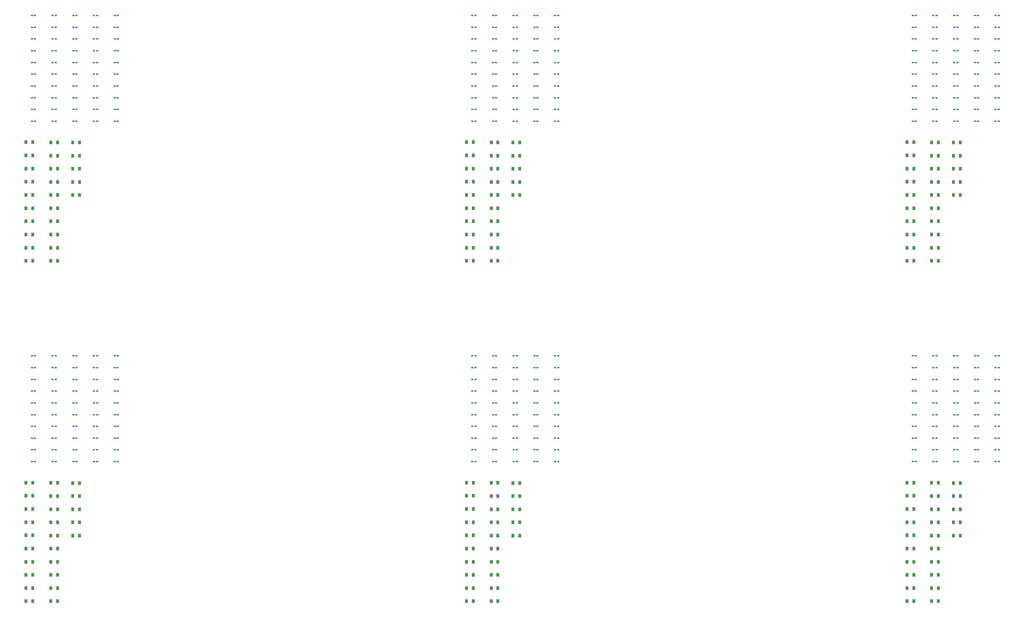
<source format=gbr>
%TF.GenerationSoftware,KiCad,Pcbnew,7.0.5*%
%TF.CreationDate,2023-07-11T12:40:00+01:00*%
%TF.ProjectId,PANELTEST141,50414e45-4c54-4455-9354-3134312e6b69,00.00*%
%TF.SameCoordinates,PX27b9fb5PYc4a79ca*%
%TF.FileFunction,Paste,Bot*%
%TF.FilePolarity,Positive*%
%FSLAX46Y46*%
G04 Gerber Fmt 4.6, Leading zero omitted, Abs format (unit mm)*
G04 Created by KiCad (PCBNEW 7.0.5) date 2023-07-11 12:40:00*
%MOMM*%
%LPD*%
G01*
G04 APERTURE LIST*
%ADD10R,0.525000X0.350000*%
%ADD11R,0.800000X0.950000*%
G04 APERTURE END LIST*
D10*
%TO.C,R95*%
X233327871Y68541139D03*
X232603871Y68541139D03*
%TD*%
%TO.C,R76*%
X139475871Y145896988D03*
X138751871Y145896988D03*
%TD*%
%TO.C,R79*%
X35875871Y137604535D03*
X35151871Y137604535D03*
%TD*%
D11*
%TO.C,R128*%
X140189871Y123624267D03*
X138589871Y123624267D03*
%TD*%
D10*
%TO.C,R61*%
X144349871Y159717743D03*
X143625871Y159717743D03*
%TD*%
%TO.C,R71*%
X243075871Y79597743D03*
X242351871Y79597743D03*
%TD*%
%TO.C,R81*%
X31001871Y79597743D03*
X30277871Y79597743D03*
%TD*%
%TO.C,R94*%
X26127871Y151425290D03*
X25403871Y151425290D03*
%TD*%
%TO.C,R75*%
X35875871Y148661139D03*
X35151871Y148661139D03*
%TD*%
%TO.C,R56*%
X149223871Y145896988D03*
X148499871Y145896988D03*
%TD*%
%TO.C,R82*%
X238201871Y156953592D03*
X237477871Y156953592D03*
%TD*%
%TO.C,R65*%
X40749871Y148661139D03*
X40025871Y148661139D03*
%TD*%
%TO.C,R70*%
X144349871Y54720377D03*
X143625871Y54720377D03*
%TD*%
%TO.C,R65*%
X40749871Y68541139D03*
X40025871Y68541139D03*
%TD*%
D11*
%TO.C,R143*%
X129239871Y123675933D03*
X127639871Y123675933D03*
%TD*%
%TO.C,R148*%
X232839871Y108164823D03*
X231239871Y108164823D03*
%TD*%
D10*
%TO.C,R83*%
X134601871Y74069441D03*
X133877871Y74069441D03*
%TD*%
D11*
%TO.C,R130*%
X140189871Y117438157D03*
X138589871Y117438157D03*
%TD*%
%TO.C,R150*%
X232839871Y21840377D03*
X231239871Y21840377D03*
%TD*%
D10*
%TO.C,R87*%
X134601871Y63012837D03*
X133877871Y63012837D03*
%TD*%
D11*
%TO.C,R139*%
X238633871Y24935937D03*
X237033871Y24935937D03*
%TD*%
D10*
%TO.C,R60*%
X149223871Y134840377D03*
X148499871Y134840377D03*
%TD*%
%TO.C,R79*%
X139475871Y57484535D03*
X138751871Y57484535D03*
%TD*%
%TO.C,R77*%
X243075871Y143132837D03*
X242351871Y143132837D03*
%TD*%
%TO.C,R96*%
X26127871Y65776988D03*
X25403871Y65776988D03*
%TD*%
%TO.C,R64*%
X40749871Y151425290D03*
X40025871Y151425290D03*
%TD*%
%TO.C,R69*%
X40749871Y57484535D03*
X40025871Y57484535D03*
%TD*%
%TO.C,R93*%
X129727871Y154189441D03*
X129003871Y154189441D03*
%TD*%
%TO.C,R94*%
X233327871Y71305290D03*
X232603871Y71305290D03*
%TD*%
%TO.C,R99*%
X26127871Y57484535D03*
X25403871Y57484535D03*
%TD*%
%TO.C,R100*%
X233327871Y134840377D03*
X232603871Y134840377D03*
%TD*%
%TO.C,R64*%
X247949871Y71305290D03*
X247225871Y71305290D03*
%TD*%
%TO.C,R67*%
X40749871Y143132837D03*
X40025871Y143132837D03*
%TD*%
%TO.C,R61*%
X40749871Y79597743D03*
X40025871Y79597743D03*
%TD*%
%TO.C,R73*%
X243075871Y74069441D03*
X242351871Y74069441D03*
%TD*%
%TO.C,R56*%
X45623871Y65776988D03*
X44899871Y65776988D03*
%TD*%
%TO.C,R54*%
X149223871Y151425290D03*
X148499871Y151425290D03*
%TD*%
%TO.C,R72*%
X35875871Y156953592D03*
X35151871Y156953592D03*
%TD*%
%TO.C,R60*%
X45623871Y134840377D03*
X44899871Y134840377D03*
%TD*%
%TO.C,R55*%
X45623871Y68541139D03*
X44899871Y68541139D03*
%TD*%
%TO.C,R75*%
X243075871Y68541139D03*
X242351871Y68541139D03*
%TD*%
D11*
%TO.C,R147*%
X129239871Y111267045D03*
X127639871Y111267045D03*
%TD*%
D10*
%TO.C,R88*%
X134601871Y140368686D03*
X133877871Y140368686D03*
%TD*%
%TO.C,R70*%
X144349871Y134840377D03*
X143625871Y134840377D03*
%TD*%
D11*
%TO.C,R147*%
X232839871Y31147045D03*
X231239871Y31147045D03*
%TD*%
%TO.C,R144*%
X232839871Y40453711D03*
X231239871Y40453711D03*
%TD*%
%TO.C,R131*%
X238633871Y129820377D03*
X237033871Y129820377D03*
%TD*%
%TO.C,R137*%
X31433871Y31127047D03*
X29833871Y31127047D03*
%TD*%
%TO.C,R144*%
X25639871Y120573711D03*
X24039871Y120573711D03*
%TD*%
D10*
%TO.C,R57*%
X45623871Y63012837D03*
X44899871Y63012837D03*
%TD*%
%TO.C,R97*%
X129727871Y143132837D03*
X129003871Y143132837D03*
%TD*%
D11*
%TO.C,R139*%
X31433871Y105055937D03*
X29833871Y105055937D03*
%TD*%
%TO.C,R127*%
X243789871Y46597322D03*
X242189871Y46597322D03*
%TD*%
D10*
%TO.C,R54*%
X45623871Y71305290D03*
X44899871Y71305290D03*
%TD*%
%TO.C,R84*%
X31001871Y151425290D03*
X30277871Y151425290D03*
%TD*%
%TO.C,R83*%
X31001871Y74069441D03*
X30277871Y74069441D03*
%TD*%
%TO.C,R52*%
X252823871Y76833592D03*
X252099871Y76833592D03*
%TD*%
D11*
%TO.C,R129*%
X36589871Y120531212D03*
X34989871Y120531212D03*
%TD*%
%TO.C,R132*%
X31433871Y126724822D03*
X29833871Y126724822D03*
%TD*%
D10*
%TO.C,R90*%
X238201871Y54720377D03*
X237477871Y54720377D03*
%TD*%
D11*
%TO.C,R141*%
X25639871Y49760377D03*
X24039871Y49760377D03*
%TD*%
D10*
%TO.C,R70*%
X40749871Y54720377D03*
X40025871Y54720377D03*
%TD*%
%TO.C,R76*%
X243075871Y65776988D03*
X242351871Y65776988D03*
%TD*%
%TO.C,R81*%
X134601871Y159717743D03*
X133877871Y159717743D03*
%TD*%
%TO.C,R75*%
X139475871Y148661139D03*
X138751871Y148661139D03*
%TD*%
%TO.C,R67*%
X40749871Y63012837D03*
X40025871Y63012837D03*
%TD*%
D11*
%TO.C,R130*%
X36589871Y37318157D03*
X34989871Y37318157D03*
%TD*%
%TO.C,R136*%
X135033871Y34222602D03*
X133433871Y34222602D03*
%TD*%
%TO.C,R139*%
X31433871Y24935937D03*
X29833871Y24935937D03*
%TD*%
D10*
%TO.C,R91*%
X233327871Y79597743D03*
X232603871Y79597743D03*
%TD*%
D11*
%TO.C,R135*%
X31433871Y37318157D03*
X29833871Y37318157D03*
%TD*%
%TO.C,R131*%
X135033871Y49700377D03*
X133433871Y49700377D03*
%TD*%
D10*
%TO.C,R62*%
X40749871Y76833592D03*
X40025871Y76833592D03*
%TD*%
%TO.C,R100*%
X129727871Y134840377D03*
X129003871Y134840377D03*
%TD*%
D11*
%TO.C,R126*%
X140189871Y129810377D03*
X138589871Y129810377D03*
%TD*%
D10*
%TO.C,R58*%
X45623871Y60248686D03*
X44899871Y60248686D03*
%TD*%
D11*
%TO.C,R144*%
X232839871Y120573711D03*
X231239871Y120573711D03*
%TD*%
D10*
%TO.C,R73*%
X243075871Y154189441D03*
X242351871Y154189441D03*
%TD*%
%TO.C,R68*%
X247949871Y60248686D03*
X247225871Y60248686D03*
%TD*%
%TO.C,R66*%
X144349871Y145896988D03*
X143625871Y145896988D03*
%TD*%
%TO.C,R85*%
X31001871Y148661139D03*
X30277871Y148661139D03*
%TD*%
%TO.C,R70*%
X40749871Y134840377D03*
X40025871Y134840377D03*
%TD*%
%TO.C,R81*%
X238201871Y159717743D03*
X237477871Y159717743D03*
%TD*%
%TO.C,R89*%
X134601871Y57484535D03*
X133877871Y57484535D03*
%TD*%
%TO.C,R61*%
X247949871Y79597743D03*
X247225871Y79597743D03*
%TD*%
%TO.C,R55*%
X252823871Y68541139D03*
X252099871Y68541139D03*
%TD*%
%TO.C,R88*%
X238201871Y140368686D03*
X237477871Y140368686D03*
%TD*%
%TO.C,R84*%
X134601871Y151425290D03*
X133877871Y151425290D03*
%TD*%
D11*
%TO.C,R148*%
X129239871Y28044823D03*
X127639871Y28044823D03*
%TD*%
D10*
%TO.C,R63*%
X247949871Y74069441D03*
X247225871Y74069441D03*
%TD*%
D11*
%TO.C,R135*%
X238633871Y117438157D03*
X237033871Y117438157D03*
%TD*%
D10*
%TO.C,R99*%
X233327871Y57484535D03*
X232603871Y57484535D03*
%TD*%
%TO.C,R58*%
X252823871Y60248686D03*
X252099871Y60248686D03*
%TD*%
%TO.C,R66*%
X144349871Y65776988D03*
X143625871Y65776988D03*
%TD*%
%TO.C,R71*%
X243075871Y159717743D03*
X242351871Y159717743D03*
%TD*%
%TO.C,R79*%
X139475871Y137604535D03*
X138751871Y137604535D03*
%TD*%
%TO.C,R77*%
X139475871Y143132837D03*
X138751871Y143132837D03*
%TD*%
%TO.C,R98*%
X233327871Y140368686D03*
X232603871Y140368686D03*
%TD*%
D11*
%TO.C,R133*%
X238633871Y43509267D03*
X237033871Y43509267D03*
%TD*%
%TO.C,R128*%
X243789871Y123624267D03*
X242189871Y123624267D03*
%TD*%
D10*
%TO.C,R71*%
X35875871Y159717743D03*
X35151871Y159717743D03*
%TD*%
%TO.C,R99*%
X26127871Y137604535D03*
X25403871Y137604535D03*
%TD*%
%TO.C,R77*%
X35875871Y143132837D03*
X35151871Y143132837D03*
%TD*%
%TO.C,R78*%
X139475871Y140368686D03*
X138751871Y140368686D03*
%TD*%
D11*
%TO.C,R129*%
X243789871Y40411212D03*
X242189871Y40411212D03*
%TD*%
D10*
%TO.C,R96*%
X129727871Y145896988D03*
X129003871Y145896988D03*
%TD*%
D11*
%TO.C,R133*%
X135033871Y123629267D03*
X133433871Y123629267D03*
%TD*%
D10*
%TO.C,R82*%
X238201871Y76833592D03*
X237477871Y76833592D03*
%TD*%
D11*
%TO.C,R146*%
X232839871Y34249267D03*
X231239871Y34249267D03*
%TD*%
D10*
%TO.C,R83*%
X238201871Y74069441D03*
X237477871Y74069441D03*
%TD*%
%TO.C,R71*%
X139475871Y159717743D03*
X138751871Y159717743D03*
%TD*%
D11*
%TO.C,R130*%
X243789871Y37318157D03*
X242189871Y37318157D03*
%TD*%
D10*
%TO.C,R95*%
X129727871Y148661139D03*
X129003871Y148661139D03*
%TD*%
%TO.C,R68*%
X144349871Y140368686D03*
X143625871Y140368686D03*
%TD*%
%TO.C,R52*%
X149223871Y76833592D03*
X148499871Y76833592D03*
%TD*%
D11*
%TO.C,R137*%
X31433871Y111247047D03*
X29833871Y111247047D03*
%TD*%
D10*
%TO.C,R93*%
X129727871Y74069441D03*
X129003871Y74069441D03*
%TD*%
%TO.C,R65*%
X247949871Y148661139D03*
X247225871Y148661139D03*
%TD*%
%TO.C,R67*%
X247949871Y63012837D03*
X247225871Y63012837D03*
%TD*%
%TO.C,R53*%
X149223871Y154189441D03*
X148499871Y154189441D03*
%TD*%
D11*
%TO.C,R149*%
X129239871Y24942601D03*
X127639871Y24942601D03*
%TD*%
%TO.C,R142*%
X25639871Y46658155D03*
X24039871Y46658155D03*
%TD*%
D10*
%TO.C,R92*%
X129727871Y76833592D03*
X129003871Y76833592D03*
%TD*%
%TO.C,R92*%
X26127871Y76833592D03*
X25403871Y76833592D03*
%TD*%
D11*
%TO.C,R140*%
X31433871Y101960377D03*
X29833871Y101960377D03*
%TD*%
%TO.C,R149*%
X25639871Y24942601D03*
X24039871Y24942601D03*
%TD*%
D10*
%TO.C,R85*%
X31001871Y68541139D03*
X30277871Y68541139D03*
%TD*%
D11*
%TO.C,R138*%
X31433871Y28031492D03*
X29833871Y28031492D03*
%TD*%
D10*
%TO.C,R91*%
X26127871Y159717743D03*
X25403871Y159717743D03*
%TD*%
%TO.C,R52*%
X149223871Y156953592D03*
X148499871Y156953592D03*
%TD*%
%TO.C,R68*%
X40749871Y140368686D03*
X40025871Y140368686D03*
%TD*%
%TO.C,R78*%
X35875871Y60248686D03*
X35151871Y60248686D03*
%TD*%
%TO.C,R61*%
X144349871Y79597743D03*
X143625871Y79597743D03*
%TD*%
%TO.C,R96*%
X233327871Y65776988D03*
X232603871Y65776988D03*
%TD*%
%TO.C,R91*%
X26127871Y79597743D03*
X25403871Y79597743D03*
%TD*%
D11*
%TO.C,R138*%
X238633871Y28031492D03*
X237033871Y28031492D03*
%TD*%
D10*
%TO.C,R65*%
X144349871Y148661139D03*
X143625871Y148661139D03*
%TD*%
%TO.C,R87*%
X238201871Y63012837D03*
X237477871Y63012837D03*
%TD*%
%TO.C,R69*%
X144349871Y57484535D03*
X143625871Y57484535D03*
%TD*%
%TO.C,R96*%
X233327871Y145896988D03*
X232603871Y145896988D03*
%TD*%
%TO.C,R81*%
X134601871Y79597743D03*
X133877871Y79597743D03*
%TD*%
%TO.C,R62*%
X40749871Y156953592D03*
X40025871Y156953592D03*
%TD*%
%TO.C,R77*%
X243075871Y63012837D03*
X242351871Y63012837D03*
%TD*%
D11*
%TO.C,R140*%
X135033871Y101960377D03*
X133433871Y101960377D03*
%TD*%
D10*
%TO.C,R77*%
X35875871Y63012837D03*
X35151871Y63012837D03*
%TD*%
%TO.C,R62*%
X247949871Y76833592D03*
X247225871Y76833592D03*
%TD*%
D11*
%TO.C,R145*%
X232839871Y37351489D03*
X231239871Y37351489D03*
%TD*%
%TO.C,R142*%
X129239871Y126778155D03*
X127639871Y126778155D03*
%TD*%
%TO.C,R142*%
X25639871Y126778155D03*
X24039871Y126778155D03*
%TD*%
D10*
%TO.C,R92*%
X129727871Y156953592D03*
X129003871Y156953592D03*
%TD*%
%TO.C,R74*%
X35875871Y71305290D03*
X35151871Y71305290D03*
%TD*%
%TO.C,R51*%
X149223871Y159717743D03*
X148499871Y159717743D03*
%TD*%
%TO.C,R73*%
X139475871Y74069441D03*
X138751871Y74069441D03*
%TD*%
%TO.C,R64*%
X40749871Y71305290D03*
X40025871Y71305290D03*
%TD*%
D11*
%TO.C,R150*%
X25639871Y21840377D03*
X24039871Y21840377D03*
%TD*%
%TO.C,R131*%
X238633871Y49700377D03*
X237033871Y49700377D03*
%TD*%
%TO.C,R146*%
X129239871Y34249267D03*
X127639871Y34249267D03*
%TD*%
D10*
%TO.C,R89*%
X238201871Y57484535D03*
X237477871Y57484535D03*
%TD*%
D11*
%TO.C,R145*%
X129239871Y37351489D03*
X127639871Y37351489D03*
%TD*%
%TO.C,R146*%
X25639871Y34249267D03*
X24039871Y34249267D03*
%TD*%
D10*
%TO.C,R71*%
X35875871Y79597743D03*
X35151871Y79597743D03*
%TD*%
%TO.C,R95*%
X233327871Y148661139D03*
X232603871Y148661139D03*
%TD*%
D11*
%TO.C,R143*%
X232839871Y43555933D03*
X231239871Y43555933D03*
%TD*%
D10*
%TO.C,R87*%
X238201871Y143132837D03*
X237477871Y143132837D03*
%TD*%
%TO.C,R76*%
X35875871Y65776988D03*
X35151871Y65776988D03*
%TD*%
D11*
%TO.C,R135*%
X31433871Y117438157D03*
X29833871Y117438157D03*
%TD*%
%TO.C,R126*%
X140189871Y49690377D03*
X138589871Y49690377D03*
%TD*%
D10*
%TO.C,R66*%
X247949871Y145896988D03*
X247225871Y145896988D03*
%TD*%
%TO.C,R58*%
X149223871Y60248686D03*
X148499871Y60248686D03*
%TD*%
%TO.C,R88*%
X134601871Y60248686D03*
X133877871Y60248686D03*
%TD*%
%TO.C,R95*%
X26127871Y68541139D03*
X25403871Y68541139D03*
%TD*%
%TO.C,R80*%
X35875871Y134840377D03*
X35151871Y134840377D03*
%TD*%
D11*
%TO.C,R139*%
X135033871Y24935937D03*
X133433871Y24935937D03*
%TD*%
%TO.C,R150*%
X129239871Y21840377D03*
X127639871Y21840377D03*
%TD*%
%TO.C,R137*%
X238633871Y111247047D03*
X237033871Y111247047D03*
%TD*%
D10*
%TO.C,R96*%
X129727871Y65776988D03*
X129003871Y65776988D03*
%TD*%
%TO.C,R66*%
X40749871Y65776988D03*
X40025871Y65776988D03*
%TD*%
D11*
%TO.C,R148*%
X129239871Y108164823D03*
X127639871Y108164823D03*
%TD*%
D10*
%TO.C,R97*%
X129727871Y63012837D03*
X129003871Y63012837D03*
%TD*%
%TO.C,R61*%
X40749871Y159717743D03*
X40025871Y159717743D03*
%TD*%
%TO.C,R97*%
X26127871Y63012837D03*
X25403871Y63012837D03*
%TD*%
%TO.C,R56*%
X252823871Y65776988D03*
X252099871Y65776988D03*
%TD*%
D11*
%TO.C,R141*%
X25639871Y129880377D03*
X24039871Y129880377D03*
%TD*%
D10*
%TO.C,R72*%
X243075871Y76833592D03*
X242351871Y76833592D03*
%TD*%
%TO.C,R86*%
X134601871Y65776988D03*
X133877871Y65776988D03*
%TD*%
%TO.C,R86*%
X238201871Y145896988D03*
X237477871Y145896988D03*
%TD*%
%TO.C,R75*%
X243075871Y148661139D03*
X242351871Y148661139D03*
%TD*%
%TO.C,R82*%
X31001871Y76833592D03*
X30277871Y76833592D03*
%TD*%
%TO.C,R100*%
X233327871Y54720377D03*
X232603871Y54720377D03*
%TD*%
D11*
%TO.C,R126*%
X36589871Y129810377D03*
X34989871Y129810377D03*
%TD*%
%TO.C,R140*%
X31433871Y21840377D03*
X29833871Y21840377D03*
%TD*%
%TO.C,R143*%
X232839871Y123675933D03*
X231239871Y123675933D03*
%TD*%
D10*
%TO.C,R59*%
X149223871Y57484535D03*
X148499871Y57484535D03*
%TD*%
D11*
%TO.C,R141*%
X232839871Y129880377D03*
X231239871Y129880377D03*
%TD*%
%TO.C,R145*%
X25639871Y37351489D03*
X24039871Y37351489D03*
%TD*%
%TO.C,R127*%
X140189871Y46597322D03*
X138589871Y46597322D03*
%TD*%
D10*
%TO.C,R85*%
X238201871Y68541139D03*
X237477871Y68541139D03*
%TD*%
%TO.C,R78*%
X243075871Y140368686D03*
X242351871Y140368686D03*
%TD*%
D11*
%TO.C,R149*%
X232839871Y24942601D03*
X231239871Y24942601D03*
%TD*%
%TO.C,R131*%
X135033871Y129820377D03*
X133433871Y129820377D03*
%TD*%
D10*
%TO.C,R94*%
X26127871Y71305290D03*
X25403871Y71305290D03*
%TD*%
%TO.C,R85*%
X238201871Y148661139D03*
X237477871Y148661139D03*
%TD*%
%TO.C,R56*%
X149223871Y65776988D03*
X148499871Y65776988D03*
%TD*%
%TO.C,R66*%
X40749871Y145896988D03*
X40025871Y145896988D03*
%TD*%
%TO.C,R88*%
X31001871Y60248686D03*
X30277871Y60248686D03*
%TD*%
%TO.C,R81*%
X238201871Y79597743D03*
X237477871Y79597743D03*
%TD*%
%TO.C,R75*%
X139475871Y68541139D03*
X138751871Y68541139D03*
%TD*%
D11*
%TO.C,R136*%
X31433871Y114342602D03*
X29833871Y114342602D03*
%TD*%
D10*
%TO.C,R61*%
X247949871Y159717743D03*
X247225871Y159717743D03*
%TD*%
D11*
%TO.C,R134*%
X31433871Y40413712D03*
X29833871Y40413712D03*
%TD*%
D10*
%TO.C,R76*%
X35875871Y145896988D03*
X35151871Y145896988D03*
%TD*%
%TO.C,R74*%
X35875871Y151425290D03*
X35151871Y151425290D03*
%TD*%
%TO.C,R86*%
X134601871Y145896988D03*
X133877871Y145896988D03*
%TD*%
%TO.C,R60*%
X45623871Y54720377D03*
X44899871Y54720377D03*
%TD*%
%TO.C,R84*%
X31001871Y71305290D03*
X30277871Y71305290D03*
%TD*%
%TO.C,R55*%
X149223871Y68541139D03*
X148499871Y68541139D03*
%TD*%
%TO.C,R90*%
X134601871Y54720377D03*
X133877871Y54720377D03*
%TD*%
%TO.C,R94*%
X233327871Y151425290D03*
X232603871Y151425290D03*
%TD*%
D11*
%TO.C,R149*%
X232839871Y105062601D03*
X231239871Y105062601D03*
%TD*%
%TO.C,R141*%
X129239871Y49760377D03*
X127639871Y49760377D03*
%TD*%
D10*
%TO.C,R51*%
X45623871Y79597743D03*
X44899871Y79597743D03*
%TD*%
D11*
%TO.C,R129*%
X243789871Y120531212D03*
X242189871Y120531212D03*
%TD*%
D10*
%TO.C,R89*%
X134601871Y137604535D03*
X133877871Y137604535D03*
%TD*%
%TO.C,R78*%
X35875871Y140368686D03*
X35151871Y140368686D03*
%TD*%
%TO.C,R51*%
X252823871Y159717743D03*
X252099871Y159717743D03*
%TD*%
%TO.C,R59*%
X252823871Y137604535D03*
X252099871Y137604535D03*
%TD*%
%TO.C,R57*%
X149223871Y143132837D03*
X148499871Y143132837D03*
%TD*%
%TO.C,R98*%
X233327871Y60248686D03*
X232603871Y60248686D03*
%TD*%
%TO.C,R51*%
X252823871Y79597743D03*
X252099871Y79597743D03*
%TD*%
%TO.C,R52*%
X45623871Y76833592D03*
X44899871Y76833592D03*
%TD*%
%TO.C,R95*%
X129727871Y68541139D03*
X129003871Y68541139D03*
%TD*%
D11*
%TO.C,R136*%
X31433871Y34222602D03*
X29833871Y34222602D03*
%TD*%
D10*
%TO.C,R99*%
X233327871Y137604535D03*
X232603871Y137604535D03*
%TD*%
D11*
%TO.C,R145*%
X25639871Y117471489D03*
X24039871Y117471489D03*
%TD*%
D10*
%TO.C,R58*%
X149223871Y140368686D03*
X148499871Y140368686D03*
%TD*%
%TO.C,R88*%
X238201871Y60248686D03*
X237477871Y60248686D03*
%TD*%
%TO.C,R80*%
X139475871Y54720377D03*
X138751871Y54720377D03*
%TD*%
D11*
%TO.C,R129*%
X36589871Y40411212D03*
X34989871Y40411212D03*
%TD*%
D10*
%TO.C,R59*%
X252823871Y57484535D03*
X252099871Y57484535D03*
%TD*%
D11*
%TO.C,R141*%
X129239871Y129880377D03*
X127639871Y129880377D03*
%TD*%
D10*
%TO.C,R59*%
X45623871Y137604535D03*
X44899871Y137604535D03*
%TD*%
D11*
%TO.C,R132*%
X135033871Y46604822D03*
X133433871Y46604822D03*
%TD*%
D10*
%TO.C,R57*%
X252823871Y63012837D03*
X252099871Y63012837D03*
%TD*%
%TO.C,R66*%
X247949871Y65776988D03*
X247225871Y65776988D03*
%TD*%
%TO.C,R63*%
X144349871Y74069441D03*
X143625871Y74069441D03*
%TD*%
D11*
%TO.C,R127*%
X243789871Y126717322D03*
X242189871Y126717322D03*
%TD*%
%TO.C,R144*%
X129239871Y40453711D03*
X127639871Y40453711D03*
%TD*%
D10*
%TO.C,R92*%
X233327871Y156953592D03*
X232603871Y156953592D03*
%TD*%
D11*
%TO.C,R128*%
X36589871Y43504267D03*
X34989871Y43504267D03*
%TD*%
D10*
%TO.C,R83*%
X31001871Y154189441D03*
X30277871Y154189441D03*
%TD*%
%TO.C,R81*%
X31001871Y159717743D03*
X30277871Y159717743D03*
%TD*%
%TO.C,R83*%
X134601871Y154189441D03*
X133877871Y154189441D03*
%TD*%
%TO.C,R100*%
X26127871Y134840377D03*
X25403871Y134840377D03*
%TD*%
%TO.C,R72*%
X243075871Y156953592D03*
X242351871Y156953592D03*
%TD*%
%TO.C,R98*%
X129727871Y140368686D03*
X129003871Y140368686D03*
%TD*%
%TO.C,R80*%
X243075871Y134840377D03*
X242351871Y134840377D03*
%TD*%
%TO.C,R67*%
X144349871Y143132837D03*
X143625871Y143132837D03*
%TD*%
%TO.C,R89*%
X238201871Y137604535D03*
X237477871Y137604535D03*
%TD*%
D11*
%TO.C,R148*%
X232839871Y28044823D03*
X231239871Y28044823D03*
%TD*%
D10*
%TO.C,R57*%
X45623871Y143132837D03*
X44899871Y143132837D03*
%TD*%
D11*
%TO.C,R144*%
X129239871Y120573711D03*
X127639871Y120573711D03*
%TD*%
D10*
%TO.C,R57*%
X252823871Y143132837D03*
X252099871Y143132837D03*
%TD*%
D11*
%TO.C,R141*%
X232839871Y49760377D03*
X231239871Y49760377D03*
%TD*%
D10*
%TO.C,R87*%
X31001871Y143132837D03*
X30277871Y143132837D03*
%TD*%
%TO.C,R58*%
X252823871Y140368686D03*
X252099871Y140368686D03*
%TD*%
%TO.C,R92*%
X26127871Y156953592D03*
X25403871Y156953592D03*
%TD*%
D11*
%TO.C,R134*%
X238633871Y40413712D03*
X237033871Y40413712D03*
%TD*%
D10*
%TO.C,R91*%
X233327871Y159717743D03*
X232603871Y159717743D03*
%TD*%
D11*
%TO.C,R133*%
X135033871Y43509267D03*
X133433871Y43509267D03*
%TD*%
D10*
%TO.C,R62*%
X144349871Y76833592D03*
X143625871Y76833592D03*
%TD*%
D11*
%TO.C,R148*%
X25639871Y108164823D03*
X24039871Y108164823D03*
%TD*%
%TO.C,R126*%
X36589871Y49690377D03*
X34989871Y49690377D03*
%TD*%
%TO.C,R142*%
X232839871Y126778155D03*
X231239871Y126778155D03*
%TD*%
%TO.C,R147*%
X25639871Y111267045D03*
X24039871Y111267045D03*
%TD*%
D10*
%TO.C,R94*%
X129727871Y151425290D03*
X129003871Y151425290D03*
%TD*%
%TO.C,R72*%
X139475871Y76833592D03*
X138751871Y76833592D03*
%TD*%
%TO.C,R60*%
X149223871Y54720377D03*
X148499871Y54720377D03*
%TD*%
D11*
%TO.C,R130*%
X140189871Y37318157D03*
X138589871Y37318157D03*
%TD*%
%TO.C,R143*%
X25639871Y43555933D03*
X24039871Y43555933D03*
%TD*%
D10*
%TO.C,R97*%
X233327871Y63012837D03*
X232603871Y63012837D03*
%TD*%
%TO.C,R75*%
X35875871Y68541139D03*
X35151871Y68541139D03*
%TD*%
D11*
%TO.C,R150*%
X129239871Y101960377D03*
X127639871Y101960377D03*
%TD*%
D10*
%TO.C,R60*%
X252823871Y54720377D03*
X252099871Y54720377D03*
%TD*%
D11*
%TO.C,R138*%
X238633871Y108151492D03*
X237033871Y108151492D03*
%TD*%
D10*
%TO.C,R53*%
X252823871Y74069441D03*
X252099871Y74069441D03*
%TD*%
%TO.C,R53*%
X252823871Y154189441D03*
X252099871Y154189441D03*
%TD*%
%TO.C,R80*%
X139475871Y134840377D03*
X138751871Y134840377D03*
%TD*%
%TO.C,R87*%
X134601871Y143132837D03*
X133877871Y143132837D03*
%TD*%
D11*
%TO.C,R146*%
X129239871Y114369267D03*
X127639871Y114369267D03*
%TD*%
D10*
%TO.C,R93*%
X233327871Y154189441D03*
X232603871Y154189441D03*
%TD*%
D11*
%TO.C,R135*%
X135033871Y117438157D03*
X133433871Y117438157D03*
%TD*%
%TO.C,R148*%
X25639871Y28044823D03*
X24039871Y28044823D03*
%TD*%
D10*
%TO.C,R52*%
X252823871Y156953592D03*
X252099871Y156953592D03*
%TD*%
D11*
%TO.C,R139*%
X135033871Y105055937D03*
X133433871Y105055937D03*
%TD*%
%TO.C,R150*%
X232839871Y101960377D03*
X231239871Y101960377D03*
%TD*%
D10*
%TO.C,R73*%
X139475871Y154189441D03*
X138751871Y154189441D03*
%TD*%
%TO.C,R59*%
X45623871Y57484535D03*
X44899871Y57484535D03*
%TD*%
%TO.C,R87*%
X31001871Y63012837D03*
X30277871Y63012837D03*
%TD*%
%TO.C,R77*%
X139475871Y63012837D03*
X138751871Y63012837D03*
%TD*%
%TO.C,R68*%
X144349871Y60248686D03*
X143625871Y60248686D03*
%TD*%
%TO.C,R58*%
X45623871Y140368686D03*
X44899871Y140368686D03*
%TD*%
D11*
%TO.C,R133*%
X31433871Y123629267D03*
X29833871Y123629267D03*
%TD*%
D10*
%TO.C,R67*%
X247949871Y143132837D03*
X247225871Y143132837D03*
%TD*%
%TO.C,R88*%
X31001871Y140368686D03*
X30277871Y140368686D03*
%TD*%
%TO.C,R69*%
X40749871Y137604535D03*
X40025871Y137604535D03*
%TD*%
%TO.C,R93*%
X233327871Y74069441D03*
X232603871Y74069441D03*
%TD*%
D11*
%TO.C,R138*%
X31433871Y108151492D03*
X29833871Y108151492D03*
%TD*%
D10*
%TO.C,R63*%
X40749871Y74069441D03*
X40025871Y74069441D03*
%TD*%
D11*
%TO.C,R143*%
X25639871Y123675933D03*
X24039871Y123675933D03*
%TD*%
D10*
%TO.C,R99*%
X129727871Y137604535D03*
X129003871Y137604535D03*
%TD*%
D11*
%TO.C,R127*%
X140189871Y126717322D03*
X138589871Y126717322D03*
%TD*%
D10*
%TO.C,R51*%
X45623871Y159717743D03*
X44899871Y159717743D03*
%TD*%
%TO.C,R69*%
X247949871Y137604535D03*
X247225871Y137604535D03*
%TD*%
%TO.C,R64*%
X144349871Y71305290D03*
X143625871Y71305290D03*
%TD*%
D11*
%TO.C,R134*%
X31433871Y120533712D03*
X29833871Y120533712D03*
%TD*%
D10*
%TO.C,R64*%
X144349871Y151425290D03*
X143625871Y151425290D03*
%TD*%
D11*
%TO.C,R147*%
X232839871Y111267045D03*
X231239871Y111267045D03*
%TD*%
D10*
%TO.C,R74*%
X243075871Y71305290D03*
X242351871Y71305290D03*
%TD*%
%TO.C,R90*%
X134601871Y134840377D03*
X133877871Y134840377D03*
%TD*%
D11*
%TO.C,R134*%
X238633871Y120533712D03*
X237033871Y120533712D03*
%TD*%
%TO.C,R130*%
X243789871Y117438157D03*
X242189871Y117438157D03*
%TD*%
D10*
%TO.C,R70*%
X247949871Y134840377D03*
X247225871Y134840377D03*
%TD*%
D11*
%TO.C,R131*%
X31433871Y129820377D03*
X29833871Y129820377D03*
%TD*%
%TO.C,R133*%
X238633871Y123629267D03*
X237033871Y123629267D03*
%TD*%
%TO.C,R138*%
X135033871Y108151492D03*
X133433871Y108151492D03*
%TD*%
D10*
%TO.C,R72*%
X35875871Y76833592D03*
X35151871Y76833592D03*
%TD*%
D11*
%TO.C,R128*%
X140189871Y43504267D03*
X138589871Y43504267D03*
%TD*%
D10*
%TO.C,R57*%
X149223871Y63012837D03*
X148499871Y63012837D03*
%TD*%
%TO.C,R97*%
X233327871Y143132837D03*
X232603871Y143132837D03*
%TD*%
D11*
%TO.C,R132*%
X238633871Y126724822D03*
X237033871Y126724822D03*
%TD*%
D10*
%TO.C,R80*%
X35875871Y54720377D03*
X35151871Y54720377D03*
%TD*%
D11*
%TO.C,R134*%
X135033871Y120533712D03*
X133433871Y120533712D03*
%TD*%
D10*
%TO.C,R84*%
X238201871Y71305290D03*
X237477871Y71305290D03*
%TD*%
%TO.C,R56*%
X45623871Y145896988D03*
X44899871Y145896988D03*
%TD*%
D11*
%TO.C,R134*%
X135033871Y40413712D03*
X133433871Y40413712D03*
%TD*%
D10*
%TO.C,R74*%
X139475871Y71305290D03*
X138751871Y71305290D03*
%TD*%
D11*
%TO.C,R129*%
X140189871Y120531212D03*
X138589871Y120531212D03*
%TD*%
D10*
%TO.C,R51*%
X149223871Y79597743D03*
X148499871Y79597743D03*
%TD*%
%TO.C,R82*%
X134601871Y76833592D03*
X133877871Y76833592D03*
%TD*%
D11*
%TO.C,R145*%
X129239871Y117471489D03*
X127639871Y117471489D03*
%TD*%
D10*
%TO.C,R60*%
X252823871Y134840377D03*
X252099871Y134840377D03*
%TD*%
%TO.C,R79*%
X243075871Y57484535D03*
X242351871Y57484535D03*
%TD*%
%TO.C,R63*%
X247949871Y154189441D03*
X247225871Y154189441D03*
%TD*%
%TO.C,R59*%
X149223871Y137604535D03*
X148499871Y137604535D03*
%TD*%
D11*
%TO.C,R126*%
X243789871Y129810377D03*
X242189871Y129810377D03*
%TD*%
%TO.C,R137*%
X238633871Y31127047D03*
X237033871Y31127047D03*
%TD*%
D10*
%TO.C,R63*%
X40749871Y154189441D03*
X40025871Y154189441D03*
%TD*%
%TO.C,R52*%
X45623871Y156953592D03*
X44899871Y156953592D03*
%TD*%
%TO.C,R86*%
X31001871Y145896988D03*
X30277871Y145896988D03*
%TD*%
%TO.C,R54*%
X252823871Y71305290D03*
X252099871Y71305290D03*
%TD*%
D11*
%TO.C,R144*%
X25639871Y40453711D03*
X24039871Y40453711D03*
%TD*%
%TO.C,R146*%
X232839871Y114369267D03*
X231239871Y114369267D03*
%TD*%
D10*
%TO.C,R53*%
X45623871Y154189441D03*
X44899871Y154189441D03*
%TD*%
%TO.C,R98*%
X26127871Y60248686D03*
X25403871Y60248686D03*
%TD*%
%TO.C,R65*%
X144349871Y68541139D03*
X143625871Y68541139D03*
%TD*%
%TO.C,R89*%
X31001871Y57484535D03*
X30277871Y57484535D03*
%TD*%
%TO.C,R76*%
X243075871Y145896988D03*
X242351871Y145896988D03*
%TD*%
%TO.C,R68*%
X247949871Y140368686D03*
X247225871Y140368686D03*
%TD*%
%TO.C,R90*%
X238201871Y134840377D03*
X237477871Y134840377D03*
%TD*%
%TO.C,R54*%
X149223871Y71305290D03*
X148499871Y71305290D03*
%TD*%
%TO.C,R53*%
X45623871Y74069441D03*
X44899871Y74069441D03*
%TD*%
%TO.C,R86*%
X31001871Y65776988D03*
X30277871Y65776988D03*
%TD*%
D11*
%TO.C,R146*%
X25639871Y114369267D03*
X24039871Y114369267D03*
%TD*%
D10*
%TO.C,R74*%
X243075871Y151425290D03*
X242351871Y151425290D03*
%TD*%
D11*
%TO.C,R150*%
X25639871Y101960377D03*
X24039871Y101960377D03*
%TD*%
D10*
%TO.C,R97*%
X26127871Y143132837D03*
X25403871Y143132837D03*
%TD*%
%TO.C,R69*%
X247949871Y57484535D03*
X247225871Y57484535D03*
%TD*%
%TO.C,R65*%
X247949871Y68541139D03*
X247225871Y68541139D03*
%TD*%
%TO.C,R85*%
X134601871Y148661139D03*
X133877871Y148661139D03*
%TD*%
%TO.C,R79*%
X243075871Y137604535D03*
X242351871Y137604535D03*
%TD*%
D11*
%TO.C,R127*%
X36589871Y126717322D03*
X34989871Y126717322D03*
%TD*%
D10*
%TO.C,R89*%
X31001871Y137604535D03*
X30277871Y137604535D03*
%TD*%
%TO.C,R79*%
X35875871Y57484535D03*
X35151871Y57484535D03*
%TD*%
%TO.C,R54*%
X45623871Y151425290D03*
X44899871Y151425290D03*
%TD*%
%TO.C,R93*%
X26127871Y154189441D03*
X25403871Y154189441D03*
%TD*%
%TO.C,R82*%
X134601871Y156953592D03*
X133877871Y156953592D03*
%TD*%
%TO.C,R99*%
X129727871Y57484535D03*
X129003871Y57484535D03*
%TD*%
%TO.C,R94*%
X129727871Y71305290D03*
X129003871Y71305290D03*
%TD*%
D11*
%TO.C,R140*%
X135033871Y21840377D03*
X133433871Y21840377D03*
%TD*%
D10*
%TO.C,R96*%
X26127871Y145896988D03*
X25403871Y145896988D03*
%TD*%
%TO.C,R90*%
X31001871Y54720377D03*
X30277871Y54720377D03*
%TD*%
D11*
%TO.C,R140*%
X238633871Y21840377D03*
X237033871Y21840377D03*
%TD*%
D10*
%TO.C,R71*%
X139475871Y79597743D03*
X138751871Y79597743D03*
%TD*%
D11*
%TO.C,R128*%
X36589871Y123624267D03*
X34989871Y123624267D03*
%TD*%
D10*
%TO.C,R55*%
X252823871Y148661139D03*
X252099871Y148661139D03*
%TD*%
%TO.C,R53*%
X149223871Y74069441D03*
X148499871Y74069441D03*
%TD*%
D11*
%TO.C,R143*%
X129239871Y43555933D03*
X127639871Y43555933D03*
%TD*%
%TO.C,R136*%
X238633871Y34222602D03*
X237033871Y34222602D03*
%TD*%
%TO.C,R130*%
X36589871Y117438157D03*
X34989871Y117438157D03*
%TD*%
D10*
%TO.C,R78*%
X243075871Y60248686D03*
X242351871Y60248686D03*
%TD*%
%TO.C,R100*%
X26127871Y54720377D03*
X25403871Y54720377D03*
%TD*%
%TO.C,R73*%
X35875871Y74069441D03*
X35151871Y74069441D03*
%TD*%
D11*
%TO.C,R132*%
X31433871Y46604822D03*
X29833871Y46604822D03*
%TD*%
%TO.C,R136*%
X135033871Y114342602D03*
X133433871Y114342602D03*
%TD*%
%TO.C,R149*%
X25639871Y105062601D03*
X24039871Y105062601D03*
%TD*%
D10*
%TO.C,R85*%
X134601871Y68541139D03*
X133877871Y68541139D03*
%TD*%
%TO.C,R68*%
X40749871Y60248686D03*
X40025871Y60248686D03*
%TD*%
D11*
%TO.C,R129*%
X140189871Y40411212D03*
X138589871Y40411212D03*
%TD*%
D10*
%TO.C,R95*%
X26127871Y148661139D03*
X25403871Y148661139D03*
%TD*%
%TO.C,R74*%
X139475871Y151425290D03*
X138751871Y151425290D03*
%TD*%
%TO.C,R56*%
X252823871Y145896988D03*
X252099871Y145896988D03*
%TD*%
D11*
%TO.C,R137*%
X135033871Y111247047D03*
X133433871Y111247047D03*
%TD*%
%TO.C,R136*%
X238633871Y114342602D03*
X237033871Y114342602D03*
%TD*%
%TO.C,R140*%
X238633871Y101960377D03*
X237033871Y101960377D03*
%TD*%
D10*
%TO.C,R84*%
X134601871Y71305290D03*
X133877871Y71305290D03*
%TD*%
%TO.C,R62*%
X247949871Y156953592D03*
X247225871Y156953592D03*
%TD*%
D11*
%TO.C,R138*%
X135033871Y28031492D03*
X133433871Y28031492D03*
%TD*%
D10*
%TO.C,R98*%
X26127871Y140368686D03*
X25403871Y140368686D03*
%TD*%
%TO.C,R72*%
X139475871Y156953592D03*
X138751871Y156953592D03*
%TD*%
D11*
%TO.C,R132*%
X238633871Y46604822D03*
X237033871Y46604822D03*
%TD*%
D10*
%TO.C,R92*%
X233327871Y76833592D03*
X232603871Y76833592D03*
%TD*%
%TO.C,R78*%
X139475871Y60248686D03*
X138751871Y60248686D03*
%TD*%
D11*
%TO.C,R139*%
X238633871Y105055937D03*
X237033871Y105055937D03*
%TD*%
D10*
%TO.C,R67*%
X144349871Y63012837D03*
X143625871Y63012837D03*
%TD*%
D11*
%TO.C,R147*%
X25639871Y31147045D03*
X24039871Y31147045D03*
%TD*%
%TO.C,R127*%
X36589871Y46597322D03*
X34989871Y46597322D03*
%TD*%
D10*
%TO.C,R70*%
X247949871Y54720377D03*
X247225871Y54720377D03*
%TD*%
D11*
%TO.C,R126*%
X243789871Y49690377D03*
X242189871Y49690377D03*
%TD*%
D10*
%TO.C,R91*%
X129727871Y79597743D03*
X129003871Y79597743D03*
%TD*%
%TO.C,R80*%
X243075871Y54720377D03*
X242351871Y54720377D03*
%TD*%
D11*
%TO.C,R128*%
X243789871Y43504267D03*
X242189871Y43504267D03*
%TD*%
D10*
%TO.C,R55*%
X149223871Y148661139D03*
X148499871Y148661139D03*
%TD*%
%TO.C,R73*%
X35875871Y154189441D03*
X35151871Y154189441D03*
%TD*%
%TO.C,R54*%
X252823871Y151425290D03*
X252099871Y151425290D03*
%TD*%
%TO.C,R63*%
X144349871Y154189441D03*
X143625871Y154189441D03*
%TD*%
D11*
%TO.C,R137*%
X135033871Y31127047D03*
X133433871Y31127047D03*
%TD*%
%TO.C,R131*%
X31433871Y49700377D03*
X29833871Y49700377D03*
%TD*%
%TO.C,R135*%
X135033871Y37318157D03*
X133433871Y37318157D03*
%TD*%
D10*
%TO.C,R62*%
X144349871Y156953592D03*
X143625871Y156953592D03*
%TD*%
%TO.C,R55*%
X45623871Y148661139D03*
X44899871Y148661139D03*
%TD*%
%TO.C,R93*%
X26127871Y74069441D03*
X25403871Y74069441D03*
%TD*%
%TO.C,R64*%
X247949871Y151425290D03*
X247225871Y151425290D03*
%TD*%
D11*
%TO.C,R142*%
X232839871Y46658155D03*
X231239871Y46658155D03*
%TD*%
D10*
%TO.C,R91*%
X129727871Y159717743D03*
X129003871Y159717743D03*
%TD*%
%TO.C,R100*%
X129727871Y54720377D03*
X129003871Y54720377D03*
%TD*%
%TO.C,R84*%
X238201871Y151425290D03*
X237477871Y151425290D03*
%TD*%
D11*
%TO.C,R133*%
X31433871Y43509267D03*
X29833871Y43509267D03*
%TD*%
%TO.C,R135*%
X238633871Y37318157D03*
X237033871Y37318157D03*
%TD*%
D10*
%TO.C,R69*%
X144349871Y137604535D03*
X143625871Y137604535D03*
%TD*%
%TO.C,R90*%
X31001871Y134840377D03*
X30277871Y134840377D03*
%TD*%
%TO.C,R82*%
X31001871Y156953592D03*
X30277871Y156953592D03*
%TD*%
D11*
%TO.C,R145*%
X232839871Y117471489D03*
X231239871Y117471489D03*
%TD*%
%TO.C,R149*%
X129239871Y105062601D03*
X127639871Y105062601D03*
%TD*%
%TO.C,R132*%
X135033871Y126724822D03*
X133433871Y126724822D03*
%TD*%
D10*
%TO.C,R83*%
X238201871Y154189441D03*
X237477871Y154189441D03*
%TD*%
%TO.C,R98*%
X129727871Y60248686D03*
X129003871Y60248686D03*
%TD*%
%TO.C,R76*%
X139475871Y65776988D03*
X138751871Y65776988D03*
%TD*%
D11*
%TO.C,R147*%
X129239871Y31147045D03*
X127639871Y31147045D03*
%TD*%
%TO.C,R142*%
X129239871Y46658155D03*
X127639871Y46658155D03*
%TD*%
D10*
%TO.C,R86*%
X238201871Y65776988D03*
X237477871Y65776988D03*
%TD*%
M02*

</source>
